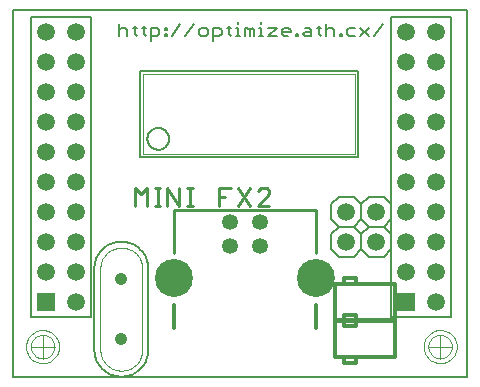
<source format=gbr>
G75*
G70*
%OFA0B0*%
%FSLAX24Y24*%
%IPPOS*%
%LPD*%
%AMOC8*
5,1,8,0,0,1.08239X$1,22.5*
%
%ADD10C,0.0079*%
%ADD11C,0.0110*%
%ADD12C,0.0080*%
%ADD13C,0.0010*%
%ADD14C,0.0000*%
%ADD15C,0.0060*%
%ADD16C,0.0020*%
%ADD17C,0.0531*%
%ADD18C,0.1266*%
%ADD19C,0.0100*%
%ADD20C,0.0120*%
%ADD21C,0.0413*%
%ADD22R,0.0591X0.0591*%
%ADD23C,0.0591*%
%ADD24C,0.0050*%
D10*
X002711Y001139D02*
X002711Y013344D01*
X017869Y013344D01*
X017869Y001139D01*
X002711Y001139D01*
D11*
X006798Y006819D02*
X006798Y007409D01*
X006994Y007213D01*
X007191Y007409D01*
X007191Y006819D01*
X007442Y006819D02*
X007639Y006819D01*
X007541Y006819D02*
X007541Y007409D01*
X007639Y007409D02*
X007442Y007409D01*
X007872Y007409D02*
X008266Y006819D01*
X008266Y007409D01*
X008516Y007409D02*
X008713Y007409D01*
X008615Y007409D02*
X008615Y006819D01*
X008713Y006819D02*
X008516Y006819D01*
X007872Y006819D02*
X007872Y007409D01*
X009591Y007409D02*
X009591Y006819D01*
X009591Y007114D02*
X009787Y007114D01*
X009591Y007409D02*
X009984Y007409D01*
X010235Y007409D02*
X010629Y006819D01*
X010235Y006819D02*
X010629Y007409D01*
X010880Y007311D02*
X010978Y007409D01*
X011175Y007409D01*
X011273Y007311D01*
X011273Y007213D01*
X010880Y006819D01*
X011273Y006819D01*
D12*
X009394Y012342D02*
X009394Y012762D01*
X009604Y012762D01*
X009674Y012692D01*
X009674Y012552D01*
X009604Y012482D01*
X009394Y012482D01*
X009214Y012552D02*
X009214Y012692D01*
X009144Y012762D01*
X009004Y012762D01*
X008934Y012692D01*
X008934Y012552D01*
X009004Y012482D01*
X009144Y012482D01*
X009214Y012552D01*
X008753Y012902D02*
X008473Y012482D01*
X008293Y012902D02*
X008013Y012482D01*
X007853Y012482D02*
X007853Y012552D01*
X007783Y012552D01*
X007783Y012482D01*
X007853Y012482D01*
X007603Y012552D02*
X007533Y012482D01*
X007322Y012482D01*
X007322Y012342D02*
X007322Y012762D01*
X007533Y012762D01*
X007603Y012692D01*
X007603Y012552D01*
X007783Y012692D02*
X007783Y012762D01*
X007853Y012762D01*
X007853Y012692D01*
X007783Y012692D01*
X007156Y012762D02*
X007015Y012762D01*
X007086Y012832D02*
X007086Y012552D01*
X007156Y012482D01*
X006849Y012482D02*
X006779Y012552D01*
X006779Y012832D01*
X006709Y012762D02*
X006849Y012762D01*
X006528Y012692D02*
X006528Y012482D01*
X006248Y012482D02*
X006248Y012902D01*
X006318Y012762D02*
X006458Y012762D01*
X006528Y012692D01*
X006318Y012762D02*
X006248Y012692D01*
X009854Y012762D02*
X009994Y012762D01*
X009924Y012832D02*
X009924Y012552D01*
X009994Y012482D01*
X010161Y012482D02*
X010301Y012482D01*
X010231Y012482D02*
X010231Y012762D01*
X010161Y012762D01*
X010231Y012902D02*
X010231Y012972D01*
X010468Y012762D02*
X010538Y012762D01*
X010608Y012692D01*
X010678Y012762D01*
X010748Y012692D01*
X010748Y012482D01*
X010608Y012482D02*
X010608Y012692D01*
X010468Y012762D02*
X010468Y012482D01*
X010928Y012482D02*
X011069Y012482D01*
X010998Y012482D02*
X010998Y012762D01*
X010928Y012762D01*
X010998Y012902D02*
X010998Y012972D01*
X011235Y012762D02*
X011516Y012762D01*
X011235Y012482D01*
X011516Y012482D01*
X011696Y012552D02*
X011696Y012692D01*
X011766Y012762D01*
X011906Y012762D01*
X011976Y012692D01*
X011976Y012622D01*
X011696Y012622D01*
X011696Y012552D02*
X011766Y012482D01*
X011906Y012482D01*
X012156Y012482D02*
X012156Y012552D01*
X012226Y012552D01*
X012226Y012482D01*
X012156Y012482D01*
X012386Y012552D02*
X012456Y012622D01*
X012666Y012622D01*
X012666Y012692D02*
X012666Y012482D01*
X012456Y012482D01*
X012386Y012552D01*
X012456Y012762D02*
X012596Y012762D01*
X012666Y012692D01*
X012847Y012762D02*
X012987Y012762D01*
X012917Y012832D02*
X012917Y012552D01*
X012987Y012482D01*
X013153Y012482D02*
X013153Y012902D01*
X013223Y012762D02*
X013364Y012762D01*
X013434Y012692D01*
X013434Y012482D01*
X013614Y012482D02*
X013614Y012552D01*
X013684Y012552D01*
X013684Y012482D01*
X013614Y012482D01*
X013844Y012552D02*
X013914Y012482D01*
X014124Y012482D01*
X014304Y012482D02*
X014585Y012762D01*
X014585Y012482D02*
X014304Y012762D01*
X014124Y012762D02*
X013914Y012762D01*
X013844Y012692D01*
X013844Y012552D01*
X013223Y012762D02*
X013153Y012692D01*
X014765Y012482D02*
X015045Y012902D01*
D13*
X016561Y002139D02*
X017361Y002139D01*
X016961Y001739D02*
X016961Y002539D01*
X016571Y002139D02*
X016573Y002178D01*
X016579Y002218D01*
X016589Y002256D01*
X016603Y002293D01*
X016620Y002328D01*
X016641Y002362D01*
X016665Y002393D01*
X016692Y002422D01*
X016722Y002447D01*
X016755Y002470D01*
X016789Y002489D01*
X016826Y002505D01*
X016863Y002517D01*
X016902Y002525D01*
X016941Y002528D01*
X016981Y002528D01*
X017020Y002525D01*
X017059Y002517D01*
X017096Y002505D01*
X017133Y002489D01*
X017167Y002470D01*
X017200Y002447D01*
X017230Y002422D01*
X017257Y002393D01*
X017281Y002362D01*
X017302Y002328D01*
X017319Y002293D01*
X017333Y002256D01*
X017343Y002218D01*
X017349Y002178D01*
X017351Y002139D01*
X017349Y002100D01*
X017343Y002060D01*
X017333Y002022D01*
X017319Y001985D01*
X017302Y001950D01*
X017281Y001916D01*
X017257Y001885D01*
X017230Y001856D01*
X017200Y001831D01*
X017167Y001808D01*
X017133Y001789D01*
X017096Y001773D01*
X017059Y001761D01*
X017020Y001753D01*
X016981Y001750D01*
X016941Y001750D01*
X016902Y001753D01*
X016863Y001761D01*
X016826Y001773D01*
X016789Y001789D01*
X016755Y001808D01*
X016722Y001831D01*
X016692Y001856D01*
X016665Y001885D01*
X016641Y001916D01*
X016620Y001950D01*
X016603Y001985D01*
X016589Y002022D01*
X016579Y002060D01*
X016573Y002100D01*
X016571Y002139D01*
X004111Y002139D02*
X003311Y002139D01*
X003711Y001739D02*
X003711Y002539D01*
X003321Y002139D02*
X003323Y002178D01*
X003329Y002218D01*
X003339Y002256D01*
X003353Y002293D01*
X003370Y002328D01*
X003391Y002362D01*
X003415Y002393D01*
X003442Y002422D01*
X003472Y002447D01*
X003505Y002470D01*
X003539Y002489D01*
X003576Y002505D01*
X003613Y002517D01*
X003652Y002525D01*
X003691Y002528D01*
X003731Y002528D01*
X003770Y002525D01*
X003809Y002517D01*
X003846Y002505D01*
X003883Y002489D01*
X003917Y002470D01*
X003950Y002447D01*
X003980Y002422D01*
X004007Y002393D01*
X004031Y002362D01*
X004052Y002328D01*
X004069Y002293D01*
X004083Y002256D01*
X004093Y002218D01*
X004099Y002178D01*
X004101Y002139D01*
X004099Y002100D01*
X004093Y002060D01*
X004083Y002022D01*
X004069Y001985D01*
X004052Y001950D01*
X004031Y001916D01*
X004007Y001885D01*
X003980Y001856D01*
X003950Y001831D01*
X003917Y001808D01*
X003883Y001789D01*
X003846Y001773D01*
X003809Y001761D01*
X003770Y001753D01*
X003731Y001750D01*
X003691Y001750D01*
X003652Y001753D01*
X003613Y001761D01*
X003576Y001773D01*
X003539Y001789D01*
X003505Y001808D01*
X003472Y001831D01*
X003442Y001856D01*
X003415Y001885D01*
X003391Y001916D01*
X003370Y001950D01*
X003353Y001985D01*
X003339Y002022D01*
X003329Y002060D01*
X003323Y002100D01*
X003321Y002139D01*
D14*
X003160Y002139D02*
X003162Y002189D01*
X003169Y002239D01*
X003180Y002288D01*
X003196Y002335D01*
X003216Y002381D01*
X003240Y002425D01*
X003268Y002467D01*
X003300Y002506D01*
X003335Y002542D01*
X003373Y002574D01*
X003414Y002603D01*
X003458Y002628D01*
X003503Y002649D01*
X003550Y002666D01*
X003599Y002678D01*
X003648Y002686D01*
X003698Y002690D01*
X003749Y002689D01*
X003798Y002683D01*
X003848Y002673D01*
X003896Y002658D01*
X003942Y002639D01*
X003986Y002616D01*
X004029Y002589D01*
X004068Y002558D01*
X004105Y002524D01*
X004138Y002487D01*
X004168Y002446D01*
X004194Y002404D01*
X004216Y002359D01*
X004234Y002312D01*
X004248Y002263D01*
X004257Y002214D01*
X004261Y002164D01*
X004261Y002114D01*
X004257Y002064D01*
X004248Y002015D01*
X004234Y001966D01*
X004216Y001919D01*
X004194Y001874D01*
X004168Y001832D01*
X004138Y001791D01*
X004105Y001754D01*
X004068Y001720D01*
X004029Y001689D01*
X003987Y001662D01*
X003942Y001639D01*
X003896Y001620D01*
X003848Y001605D01*
X003798Y001595D01*
X003749Y001589D01*
X003698Y001588D01*
X003648Y001592D01*
X003599Y001600D01*
X003550Y001612D01*
X003503Y001629D01*
X003458Y001650D01*
X003414Y001675D01*
X003373Y001704D01*
X003335Y001736D01*
X003300Y001772D01*
X003268Y001811D01*
X003240Y001853D01*
X003216Y001897D01*
X003196Y001943D01*
X003180Y001990D01*
X003169Y002039D01*
X003162Y002089D01*
X003160Y002139D01*
X016410Y002139D02*
X016412Y002189D01*
X016419Y002239D01*
X016430Y002288D01*
X016446Y002335D01*
X016466Y002381D01*
X016490Y002425D01*
X016518Y002467D01*
X016550Y002506D01*
X016585Y002542D01*
X016623Y002574D01*
X016664Y002603D01*
X016708Y002628D01*
X016753Y002649D01*
X016800Y002666D01*
X016849Y002678D01*
X016898Y002686D01*
X016948Y002690D01*
X016999Y002689D01*
X017048Y002683D01*
X017098Y002673D01*
X017146Y002658D01*
X017192Y002639D01*
X017236Y002616D01*
X017279Y002589D01*
X017318Y002558D01*
X017355Y002524D01*
X017388Y002487D01*
X017418Y002446D01*
X017444Y002404D01*
X017466Y002359D01*
X017484Y002312D01*
X017498Y002263D01*
X017507Y002214D01*
X017511Y002164D01*
X017511Y002114D01*
X017507Y002064D01*
X017498Y002015D01*
X017484Y001966D01*
X017466Y001919D01*
X017444Y001874D01*
X017418Y001832D01*
X017388Y001791D01*
X017355Y001754D01*
X017318Y001720D01*
X017279Y001689D01*
X017237Y001662D01*
X017192Y001639D01*
X017146Y001620D01*
X017098Y001605D01*
X017048Y001595D01*
X016999Y001589D01*
X016948Y001588D01*
X016898Y001592D01*
X016849Y001600D01*
X016800Y001612D01*
X016753Y001629D01*
X016708Y001650D01*
X016664Y001675D01*
X016623Y001704D01*
X016585Y001736D01*
X016550Y001772D01*
X016518Y001811D01*
X016490Y001853D01*
X016466Y001897D01*
X016446Y001943D01*
X016430Y001990D01*
X016419Y002039D01*
X016412Y002089D01*
X016410Y002139D01*
D15*
X015086Y005139D02*
X014586Y005139D01*
X014336Y005389D01*
X014086Y005139D01*
X013586Y005139D01*
X013336Y005389D01*
X013336Y005889D01*
X013586Y006139D01*
X014086Y006139D01*
X014336Y005889D01*
X014586Y006139D01*
X015086Y006139D01*
X015336Y005889D01*
X015336Y005389D01*
X015086Y005139D01*
X014336Y005389D02*
X014336Y005889D01*
X014586Y006139D02*
X014336Y006389D01*
X014086Y006139D01*
X013586Y006139D01*
X013336Y006389D01*
X013336Y006889D01*
X013586Y007139D01*
X014086Y007139D01*
X014336Y006889D01*
X014586Y007139D01*
X015086Y007139D01*
X015336Y006889D01*
X015336Y006389D01*
X015086Y006139D01*
X014586Y006139D01*
X014336Y006389D02*
X014336Y006889D01*
X014211Y008464D02*
X014211Y011314D01*
X006961Y011314D01*
X006961Y008464D01*
X014211Y008464D01*
X007201Y009064D02*
X007203Y009102D01*
X007209Y009140D01*
X007219Y009177D01*
X007233Y009213D01*
X007251Y009247D01*
X007272Y009279D01*
X007296Y009308D01*
X007324Y009335D01*
X007354Y009359D01*
X007387Y009379D01*
X007421Y009396D01*
X007457Y009409D01*
X007494Y009418D01*
X007532Y009423D01*
X007571Y009424D01*
X007609Y009421D01*
X007646Y009414D01*
X007683Y009403D01*
X007718Y009388D01*
X007752Y009369D01*
X007783Y009347D01*
X007812Y009322D01*
X007838Y009294D01*
X007861Y009263D01*
X007880Y009230D01*
X007896Y009195D01*
X007908Y009159D01*
X007916Y009121D01*
X007920Y009083D01*
X007920Y009045D01*
X007916Y009007D01*
X007908Y008969D01*
X007896Y008933D01*
X007880Y008898D01*
X007861Y008865D01*
X007838Y008834D01*
X007812Y008806D01*
X007783Y008781D01*
X007752Y008759D01*
X007718Y008740D01*
X007683Y008725D01*
X007646Y008714D01*
X007609Y008707D01*
X007571Y008704D01*
X007532Y008705D01*
X007494Y008710D01*
X007457Y008719D01*
X007421Y008732D01*
X007387Y008749D01*
X007354Y008769D01*
X007324Y008793D01*
X007296Y008820D01*
X007272Y008849D01*
X007251Y008881D01*
X007233Y008915D01*
X007219Y008951D01*
X007209Y008988D01*
X007203Y009026D01*
X007201Y009064D01*
X007236Y004739D02*
X007236Y002039D01*
X007234Y001980D01*
X007228Y001922D01*
X007219Y001863D01*
X007205Y001806D01*
X007188Y001750D01*
X007167Y001695D01*
X007143Y001641D01*
X007115Y001589D01*
X007084Y001539D01*
X007050Y001491D01*
X007013Y001446D01*
X006972Y001403D01*
X006929Y001362D01*
X006884Y001325D01*
X006836Y001291D01*
X006786Y001260D01*
X006734Y001232D01*
X006680Y001208D01*
X006625Y001187D01*
X006569Y001170D01*
X006512Y001156D01*
X006453Y001147D01*
X006395Y001141D01*
X006336Y001139D01*
X006277Y001141D01*
X006219Y001147D01*
X006160Y001156D01*
X006103Y001170D01*
X006047Y001187D01*
X005992Y001208D01*
X005938Y001232D01*
X005886Y001260D01*
X005836Y001291D01*
X005788Y001325D01*
X005743Y001362D01*
X005700Y001403D01*
X005659Y001446D01*
X005622Y001491D01*
X005588Y001539D01*
X005557Y001589D01*
X005529Y001641D01*
X005505Y001695D01*
X005484Y001750D01*
X005467Y001806D01*
X005453Y001863D01*
X005444Y001922D01*
X005438Y001980D01*
X005436Y002039D01*
X005436Y004739D01*
X005438Y004798D01*
X005444Y004856D01*
X005453Y004915D01*
X005467Y004972D01*
X005484Y005028D01*
X005505Y005083D01*
X005529Y005137D01*
X005557Y005189D01*
X005588Y005239D01*
X005622Y005287D01*
X005659Y005332D01*
X005700Y005375D01*
X005743Y005416D01*
X005788Y005453D01*
X005836Y005487D01*
X005886Y005518D01*
X005938Y005546D01*
X005992Y005570D01*
X006047Y005591D01*
X006103Y005608D01*
X006160Y005622D01*
X006219Y005631D01*
X006277Y005637D01*
X006336Y005639D01*
X006395Y005637D01*
X006453Y005631D01*
X006512Y005622D01*
X006569Y005608D01*
X006625Y005591D01*
X006680Y005570D01*
X006734Y005546D01*
X006786Y005518D01*
X006836Y005487D01*
X006884Y005453D01*
X006929Y005416D01*
X006972Y005375D01*
X007013Y005332D01*
X007050Y005287D01*
X007084Y005239D01*
X007115Y005189D01*
X007143Y005137D01*
X007167Y005083D01*
X007188Y005028D01*
X007205Y004972D01*
X007219Y004915D01*
X007228Y004856D01*
X007234Y004798D01*
X007236Y004739D01*
D16*
X007036Y004739D02*
X007036Y002039D01*
X007034Y001987D01*
X007028Y001935D01*
X007018Y001883D01*
X007005Y001833D01*
X006988Y001783D01*
X006967Y001735D01*
X006942Y001689D01*
X006914Y001645D01*
X006883Y001603D01*
X006849Y001563D01*
X006812Y001526D01*
X006772Y001492D01*
X006730Y001461D01*
X006686Y001433D01*
X006640Y001408D01*
X006592Y001387D01*
X006542Y001370D01*
X006492Y001357D01*
X006440Y001347D01*
X006388Y001341D01*
X006336Y001339D01*
X006284Y001341D01*
X006232Y001347D01*
X006180Y001357D01*
X006130Y001370D01*
X006080Y001387D01*
X006032Y001408D01*
X005986Y001433D01*
X005942Y001461D01*
X005900Y001492D01*
X005860Y001526D01*
X005823Y001563D01*
X005789Y001603D01*
X005758Y001645D01*
X005730Y001689D01*
X005705Y001735D01*
X005684Y001783D01*
X005667Y001833D01*
X005654Y001883D01*
X005644Y001935D01*
X005638Y001987D01*
X005636Y002039D01*
X005636Y004739D01*
X005638Y004791D01*
X005644Y004843D01*
X005654Y004895D01*
X005667Y004945D01*
X005684Y004995D01*
X005705Y005043D01*
X005730Y005089D01*
X005758Y005133D01*
X005789Y005175D01*
X005823Y005215D01*
X005860Y005252D01*
X005900Y005286D01*
X005942Y005317D01*
X005986Y005345D01*
X006032Y005370D01*
X006080Y005391D01*
X006130Y005408D01*
X006180Y005421D01*
X006232Y005431D01*
X006284Y005437D01*
X006336Y005439D01*
X006388Y005437D01*
X006440Y005431D01*
X006492Y005421D01*
X006542Y005408D01*
X006592Y005391D01*
X006640Y005370D01*
X006686Y005345D01*
X006730Y005317D01*
X006772Y005286D01*
X006812Y005252D01*
X006849Y005215D01*
X006883Y005175D01*
X006914Y005133D01*
X006942Y005089D01*
X006967Y005043D01*
X006988Y004995D01*
X007005Y004945D01*
X007018Y004895D01*
X007028Y004843D01*
X007034Y004791D01*
X007036Y004739D01*
X007061Y008564D02*
X007061Y011214D01*
X014111Y011214D01*
X014111Y008564D01*
X007061Y008564D01*
D17*
X009969Y006283D03*
X009969Y005495D03*
X010953Y005495D03*
X010953Y006283D03*
D18*
X012823Y004432D03*
X008099Y004432D03*
D19*
X008099Y005259D02*
X008099Y006676D01*
X012823Y006676D01*
X012823Y005259D01*
D20*
X013761Y004439D02*
X013761Y004239D01*
X013461Y004239D01*
X013461Y003039D01*
X013761Y003039D01*
X013761Y002839D01*
X014161Y002839D01*
X014161Y003039D01*
X015461Y003039D01*
X015461Y004239D01*
X014161Y004239D01*
X014161Y004439D01*
X013761Y004439D01*
X013761Y004239D02*
X014161Y004239D01*
X014161Y003189D02*
X013761Y003189D01*
X013761Y002989D01*
X013461Y002989D01*
X013461Y001789D01*
X013761Y001789D01*
X013761Y001589D01*
X014161Y001589D01*
X014161Y001789D01*
X015461Y001789D01*
X015461Y002989D01*
X014161Y002989D01*
X014161Y003189D01*
X014161Y003039D02*
X013761Y003039D01*
X013761Y002989D02*
X014161Y002989D01*
X012823Y002771D02*
X012823Y003527D01*
X013761Y001789D02*
X014161Y001789D01*
X008099Y002771D02*
X008099Y003527D01*
D21*
X006336Y004389D03*
X006336Y002389D03*
D22*
X003836Y003639D03*
X015836Y003639D03*
D23*
X016836Y003639D03*
X016836Y004639D03*
X015836Y004639D03*
X015836Y005639D03*
X014836Y005639D03*
X013836Y005639D03*
X013836Y006639D03*
X014836Y006639D03*
X015836Y006639D03*
X016836Y006639D03*
X016836Y005639D03*
X016836Y007639D03*
X015836Y007639D03*
X015836Y008639D03*
X016836Y008639D03*
X016836Y009639D03*
X015836Y009639D03*
X015836Y010639D03*
X016836Y010639D03*
X016836Y011639D03*
X015836Y011639D03*
X015836Y012639D03*
X016836Y012639D03*
X004836Y012639D03*
X003836Y012639D03*
X003836Y011639D03*
X004836Y011639D03*
X004836Y010639D03*
X003836Y010639D03*
X003836Y009639D03*
X004836Y009639D03*
X004836Y008639D03*
X003836Y008639D03*
X003836Y007639D03*
X004836Y007639D03*
X004836Y006639D03*
X003836Y006639D03*
X003836Y005639D03*
X004836Y005639D03*
X004836Y004639D03*
X003836Y004639D03*
X004836Y003639D03*
D24*
X005336Y003139D02*
X003336Y003139D01*
X003336Y013139D01*
X005336Y013139D01*
X005336Y003139D01*
X015336Y003139D02*
X017336Y003139D01*
X017336Y013139D01*
X015336Y013139D01*
X015336Y003139D01*
M02*

</source>
